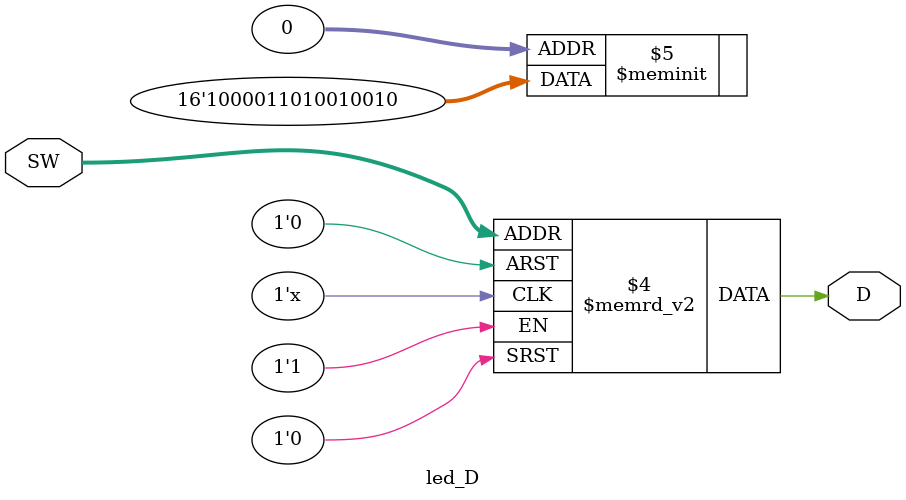
<source format=v>
module led_D (input [0:3] SW,
              output reg D);
always @ (*) begin
	case(SW)
    0: D=~1;
	1: D=~0;
	2: D=~1;
	3: D=~1;
	4: D=~0;
	5: D=~1;
	6: D=~1;
	7: D=~0;
	8: D=~1;
	9: D=~0;
	10: D=~0;
	11: D=~1;
	12: D=~1;
	13: D=~1;
	14: D=~1;
	15: D=~0;
	endcase
end            
endmodule
</source>
